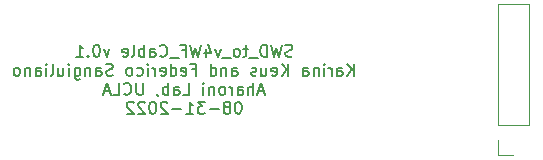
<source format=gbr>
%TF.GenerationSoftware,KiCad,Pcbnew,(6.0.6)*%
%TF.CreationDate,2022-09-07T20:40:28-07:00*%
%TF.ProjectId,SWD_to_v4WF_Cable,5357445f-746f-45f7-9634-57465f436162,rev?*%
%TF.SameCoordinates,Original*%
%TF.FileFunction,Legend,Bot*%
%TF.FilePolarity,Positive*%
%FSLAX46Y46*%
G04 Gerber Fmt 4.6, Leading zero omitted, Abs format (unit mm)*
G04 Created by KiCad (PCBNEW (6.0.6)) date 2022-09-07 20:40:28*
%MOMM*%
%LPD*%
G01*
G04 APERTURE LIST*
%ADD10C,0.150000*%
%ADD11C,0.120000*%
G04 APERTURE END LIST*
D10*
X164872848Y-57339757D02*
X164729991Y-57387376D01*
X164491895Y-57387376D01*
X164396657Y-57339757D01*
X164349038Y-57292138D01*
X164301419Y-57196900D01*
X164301419Y-57101662D01*
X164349038Y-57006424D01*
X164396657Y-56958805D01*
X164491895Y-56911186D01*
X164682371Y-56863567D01*
X164777610Y-56815948D01*
X164825229Y-56768329D01*
X164872848Y-56673091D01*
X164872848Y-56577853D01*
X164825229Y-56482615D01*
X164777610Y-56434996D01*
X164682371Y-56387376D01*
X164444276Y-56387376D01*
X164301419Y-56434996D01*
X163968086Y-56387376D02*
X163729991Y-57387376D01*
X163539514Y-56673091D01*
X163349038Y-57387376D01*
X163110943Y-56387376D01*
X162729991Y-57387376D02*
X162729991Y-56387376D01*
X162491895Y-56387376D01*
X162349038Y-56434996D01*
X162253800Y-56530234D01*
X162206181Y-56625472D01*
X162158562Y-56815948D01*
X162158562Y-56958805D01*
X162206181Y-57149281D01*
X162253800Y-57244519D01*
X162349038Y-57339757D01*
X162491895Y-57387376D01*
X162729991Y-57387376D01*
X161968086Y-57482615D02*
X161206181Y-57482615D01*
X161110943Y-56720710D02*
X160729991Y-56720710D01*
X160968086Y-56387376D02*
X160968086Y-57244519D01*
X160920467Y-57339757D01*
X160825229Y-57387376D01*
X160729991Y-57387376D01*
X160253800Y-57387376D02*
X160349038Y-57339757D01*
X160396657Y-57292138D01*
X160444276Y-57196900D01*
X160444276Y-56911186D01*
X160396657Y-56815948D01*
X160349038Y-56768329D01*
X160253800Y-56720710D01*
X160110943Y-56720710D01*
X160015705Y-56768329D01*
X159968086Y-56815948D01*
X159920467Y-56911186D01*
X159920467Y-57196900D01*
X159968086Y-57292138D01*
X160015705Y-57339757D01*
X160110943Y-57387376D01*
X160253800Y-57387376D01*
X159729991Y-57482615D02*
X158968086Y-57482615D01*
X158825229Y-56720710D02*
X158587133Y-57387376D01*
X158349038Y-56720710D01*
X157539514Y-56720710D02*
X157539514Y-57387376D01*
X157777610Y-56339757D02*
X158015705Y-57054043D01*
X157396657Y-57054043D01*
X157110943Y-56387376D02*
X156872848Y-57387376D01*
X156682371Y-56673091D01*
X156491895Y-57387376D01*
X156253800Y-56387376D01*
X155539514Y-56863567D02*
X155872848Y-56863567D01*
X155872848Y-57387376D02*
X155872848Y-56387376D01*
X155396657Y-56387376D01*
X155253800Y-57482615D02*
X154491895Y-57482615D01*
X153682371Y-57292138D02*
X153729991Y-57339757D01*
X153872848Y-57387376D01*
X153968086Y-57387376D01*
X154110943Y-57339757D01*
X154206181Y-57244519D01*
X154253800Y-57149281D01*
X154301419Y-56958805D01*
X154301419Y-56815948D01*
X154253800Y-56625472D01*
X154206181Y-56530234D01*
X154110943Y-56434996D01*
X153968086Y-56387376D01*
X153872848Y-56387376D01*
X153729991Y-56434996D01*
X153682371Y-56482615D01*
X152825229Y-57387376D02*
X152825229Y-56863567D01*
X152872848Y-56768329D01*
X152968086Y-56720710D01*
X153158562Y-56720710D01*
X153253800Y-56768329D01*
X152825229Y-57339757D02*
X152920467Y-57387376D01*
X153158562Y-57387376D01*
X153253800Y-57339757D01*
X153301419Y-57244519D01*
X153301419Y-57149281D01*
X153253800Y-57054043D01*
X153158562Y-57006424D01*
X152920467Y-57006424D01*
X152825229Y-56958805D01*
X152349038Y-57387376D02*
X152349038Y-56387376D01*
X152349038Y-56768329D02*
X152253800Y-56720710D01*
X152063324Y-56720710D01*
X151968086Y-56768329D01*
X151920467Y-56815948D01*
X151872848Y-56911186D01*
X151872848Y-57196900D01*
X151920467Y-57292138D01*
X151968086Y-57339757D01*
X152063324Y-57387376D01*
X152253800Y-57387376D01*
X152349038Y-57339757D01*
X151301419Y-57387376D02*
X151396657Y-57339757D01*
X151444276Y-57244519D01*
X151444276Y-56387376D01*
X150539514Y-57339757D02*
X150634752Y-57387376D01*
X150825229Y-57387376D01*
X150920467Y-57339757D01*
X150968086Y-57244519D01*
X150968086Y-56863567D01*
X150920467Y-56768329D01*
X150825229Y-56720710D01*
X150634752Y-56720710D01*
X150539514Y-56768329D01*
X150491895Y-56863567D01*
X150491895Y-56958805D01*
X150968086Y-57054043D01*
X149396657Y-56720710D02*
X149158562Y-57387376D01*
X148920467Y-56720710D01*
X148349038Y-56387376D02*
X148253800Y-56387376D01*
X148158562Y-56434996D01*
X148110943Y-56482615D01*
X148063324Y-56577853D01*
X148015705Y-56768329D01*
X148015705Y-57006424D01*
X148063324Y-57196900D01*
X148110943Y-57292138D01*
X148158562Y-57339757D01*
X148253800Y-57387376D01*
X148349038Y-57387376D01*
X148444276Y-57339757D01*
X148491895Y-57292138D01*
X148539514Y-57196900D01*
X148587133Y-57006424D01*
X148587133Y-56768329D01*
X148539514Y-56577853D01*
X148491895Y-56482615D01*
X148444276Y-56434996D01*
X148349038Y-56387376D01*
X147587133Y-57292138D02*
X147539514Y-57339757D01*
X147587133Y-57387376D01*
X147634752Y-57339757D01*
X147587133Y-57292138D01*
X147587133Y-57387376D01*
X146587133Y-57387376D02*
X147158562Y-57387376D01*
X146872848Y-57387376D02*
X146872848Y-56387376D01*
X146968086Y-56530234D01*
X147063324Y-56625472D01*
X147158562Y-56673091D01*
X170110943Y-58997376D02*
X170110943Y-57997376D01*
X169539514Y-58997376D02*
X169968086Y-58425948D01*
X169539514Y-57997376D02*
X170110943Y-58568805D01*
X168682371Y-58997376D02*
X168682371Y-58473567D01*
X168729991Y-58378329D01*
X168825229Y-58330710D01*
X169015705Y-58330710D01*
X169110943Y-58378329D01*
X168682371Y-58949757D02*
X168777610Y-58997376D01*
X169015705Y-58997376D01*
X169110943Y-58949757D01*
X169158562Y-58854519D01*
X169158562Y-58759281D01*
X169110943Y-58664043D01*
X169015705Y-58616424D01*
X168777610Y-58616424D01*
X168682371Y-58568805D01*
X168206181Y-58997376D02*
X168206181Y-58330710D01*
X168206181Y-58521186D02*
X168158562Y-58425948D01*
X168110943Y-58378329D01*
X168015705Y-58330710D01*
X167920467Y-58330710D01*
X167587133Y-58997376D02*
X167587133Y-58330710D01*
X167587133Y-57997376D02*
X167634752Y-58044996D01*
X167587133Y-58092615D01*
X167539514Y-58044996D01*
X167587133Y-57997376D01*
X167587133Y-58092615D01*
X167110943Y-58330710D02*
X167110943Y-58997376D01*
X167110943Y-58425948D02*
X167063324Y-58378329D01*
X166968086Y-58330710D01*
X166825229Y-58330710D01*
X166729991Y-58378329D01*
X166682371Y-58473567D01*
X166682371Y-58997376D01*
X165777610Y-58997376D02*
X165777610Y-58473567D01*
X165825229Y-58378329D01*
X165920467Y-58330710D01*
X166110943Y-58330710D01*
X166206181Y-58378329D01*
X165777610Y-58949757D02*
X165872848Y-58997376D01*
X166110943Y-58997376D01*
X166206181Y-58949757D01*
X166253800Y-58854519D01*
X166253800Y-58759281D01*
X166206181Y-58664043D01*
X166110943Y-58616424D01*
X165872848Y-58616424D01*
X165777610Y-58568805D01*
X164539514Y-58997376D02*
X164539514Y-57997376D01*
X163968086Y-58997376D02*
X164396657Y-58425948D01*
X163968086Y-57997376D02*
X164539514Y-58568805D01*
X163158562Y-58949757D02*
X163253800Y-58997376D01*
X163444276Y-58997376D01*
X163539514Y-58949757D01*
X163587133Y-58854519D01*
X163587133Y-58473567D01*
X163539514Y-58378329D01*
X163444276Y-58330710D01*
X163253800Y-58330710D01*
X163158562Y-58378329D01*
X163110943Y-58473567D01*
X163110943Y-58568805D01*
X163587133Y-58664043D01*
X162253800Y-58330710D02*
X162253800Y-58997376D01*
X162682371Y-58330710D02*
X162682371Y-58854519D01*
X162634752Y-58949757D01*
X162539514Y-58997376D01*
X162396657Y-58997376D01*
X162301419Y-58949757D01*
X162253800Y-58902138D01*
X161825229Y-58949757D02*
X161729991Y-58997376D01*
X161539514Y-58997376D01*
X161444276Y-58949757D01*
X161396657Y-58854519D01*
X161396657Y-58806900D01*
X161444276Y-58711662D01*
X161539514Y-58664043D01*
X161682371Y-58664043D01*
X161777610Y-58616424D01*
X161825229Y-58521186D01*
X161825229Y-58473567D01*
X161777610Y-58378329D01*
X161682371Y-58330710D01*
X161539514Y-58330710D01*
X161444276Y-58378329D01*
X159777610Y-58997376D02*
X159777610Y-58473567D01*
X159825229Y-58378329D01*
X159920467Y-58330710D01*
X160110943Y-58330710D01*
X160206181Y-58378329D01*
X159777610Y-58949757D02*
X159872848Y-58997376D01*
X160110943Y-58997376D01*
X160206181Y-58949757D01*
X160253800Y-58854519D01*
X160253800Y-58759281D01*
X160206181Y-58664043D01*
X160110943Y-58616424D01*
X159872848Y-58616424D01*
X159777610Y-58568805D01*
X159301419Y-58330710D02*
X159301419Y-58997376D01*
X159301419Y-58425948D02*
X159253800Y-58378329D01*
X159158562Y-58330710D01*
X159015705Y-58330710D01*
X158920467Y-58378329D01*
X158872848Y-58473567D01*
X158872848Y-58997376D01*
X157968086Y-58997376D02*
X157968086Y-57997376D01*
X157968086Y-58949757D02*
X158063324Y-58997376D01*
X158253800Y-58997376D01*
X158349038Y-58949757D01*
X158396657Y-58902138D01*
X158444276Y-58806900D01*
X158444276Y-58521186D01*
X158396657Y-58425948D01*
X158349038Y-58378329D01*
X158253800Y-58330710D01*
X158063324Y-58330710D01*
X157968086Y-58378329D01*
X156396657Y-58473567D02*
X156729991Y-58473567D01*
X156729991Y-58997376D02*
X156729991Y-57997376D01*
X156253800Y-57997376D01*
X155491895Y-58949757D02*
X155587133Y-58997376D01*
X155777610Y-58997376D01*
X155872848Y-58949757D01*
X155920467Y-58854519D01*
X155920467Y-58473567D01*
X155872848Y-58378329D01*
X155777610Y-58330710D01*
X155587133Y-58330710D01*
X155491895Y-58378329D01*
X155444276Y-58473567D01*
X155444276Y-58568805D01*
X155920467Y-58664043D01*
X154587133Y-58997376D02*
X154587133Y-57997376D01*
X154587133Y-58949757D02*
X154682371Y-58997376D01*
X154872848Y-58997376D01*
X154968086Y-58949757D01*
X155015705Y-58902138D01*
X155063324Y-58806900D01*
X155063324Y-58521186D01*
X155015705Y-58425948D01*
X154968086Y-58378329D01*
X154872848Y-58330710D01*
X154682371Y-58330710D01*
X154587133Y-58378329D01*
X153729991Y-58949757D02*
X153825229Y-58997376D01*
X154015705Y-58997376D01*
X154110943Y-58949757D01*
X154158562Y-58854519D01*
X154158562Y-58473567D01*
X154110943Y-58378329D01*
X154015705Y-58330710D01*
X153825229Y-58330710D01*
X153729991Y-58378329D01*
X153682371Y-58473567D01*
X153682371Y-58568805D01*
X154158562Y-58664043D01*
X153253800Y-58997376D02*
X153253800Y-58330710D01*
X153253800Y-58521186D02*
X153206181Y-58425948D01*
X153158562Y-58378329D01*
X153063324Y-58330710D01*
X152968086Y-58330710D01*
X152634752Y-58997376D02*
X152634752Y-58330710D01*
X152634752Y-57997376D02*
X152682371Y-58044996D01*
X152634752Y-58092615D01*
X152587133Y-58044996D01*
X152634752Y-57997376D01*
X152634752Y-58092615D01*
X151729991Y-58949757D02*
X151825229Y-58997376D01*
X152015705Y-58997376D01*
X152110943Y-58949757D01*
X152158562Y-58902138D01*
X152206181Y-58806900D01*
X152206181Y-58521186D01*
X152158562Y-58425948D01*
X152110943Y-58378329D01*
X152015705Y-58330710D01*
X151825229Y-58330710D01*
X151729991Y-58378329D01*
X151158562Y-58997376D02*
X151253800Y-58949757D01*
X151301419Y-58902138D01*
X151349038Y-58806900D01*
X151349038Y-58521186D01*
X151301419Y-58425948D01*
X151253800Y-58378329D01*
X151158562Y-58330710D01*
X151015705Y-58330710D01*
X150920467Y-58378329D01*
X150872848Y-58425948D01*
X150825229Y-58521186D01*
X150825229Y-58806900D01*
X150872848Y-58902138D01*
X150920467Y-58949757D01*
X151015705Y-58997376D01*
X151158562Y-58997376D01*
X149682371Y-58949757D02*
X149539514Y-58997376D01*
X149301419Y-58997376D01*
X149206181Y-58949757D01*
X149158562Y-58902138D01*
X149110943Y-58806900D01*
X149110943Y-58711662D01*
X149158562Y-58616424D01*
X149206181Y-58568805D01*
X149301419Y-58521186D01*
X149491895Y-58473567D01*
X149587133Y-58425948D01*
X149634752Y-58378329D01*
X149682371Y-58283091D01*
X149682371Y-58187853D01*
X149634752Y-58092615D01*
X149587133Y-58044996D01*
X149491895Y-57997376D01*
X149253800Y-57997376D01*
X149110943Y-58044996D01*
X148253800Y-58997376D02*
X148253800Y-58473567D01*
X148301419Y-58378329D01*
X148396657Y-58330710D01*
X148587133Y-58330710D01*
X148682371Y-58378329D01*
X148253800Y-58949757D02*
X148349038Y-58997376D01*
X148587133Y-58997376D01*
X148682371Y-58949757D01*
X148729991Y-58854519D01*
X148729991Y-58759281D01*
X148682371Y-58664043D01*
X148587133Y-58616424D01*
X148349038Y-58616424D01*
X148253800Y-58568805D01*
X147777610Y-58330710D02*
X147777610Y-58997376D01*
X147777610Y-58425948D02*
X147729991Y-58378329D01*
X147634752Y-58330710D01*
X147491895Y-58330710D01*
X147396657Y-58378329D01*
X147349038Y-58473567D01*
X147349038Y-58997376D01*
X146444276Y-58330710D02*
X146444276Y-59140234D01*
X146491895Y-59235472D01*
X146539514Y-59283091D01*
X146634752Y-59330710D01*
X146777610Y-59330710D01*
X146872848Y-59283091D01*
X146444276Y-58949757D02*
X146539514Y-58997376D01*
X146729991Y-58997376D01*
X146825229Y-58949757D01*
X146872848Y-58902138D01*
X146920467Y-58806900D01*
X146920467Y-58521186D01*
X146872848Y-58425948D01*
X146825229Y-58378329D01*
X146729991Y-58330710D01*
X146539514Y-58330710D01*
X146444276Y-58378329D01*
X145968086Y-58997376D02*
X145968086Y-58330710D01*
X145968086Y-57997376D02*
X146015705Y-58044996D01*
X145968086Y-58092615D01*
X145920467Y-58044996D01*
X145968086Y-57997376D01*
X145968086Y-58092615D01*
X145063324Y-58330710D02*
X145063324Y-58997376D01*
X145491895Y-58330710D02*
X145491895Y-58854519D01*
X145444276Y-58949757D01*
X145349038Y-58997376D01*
X145206181Y-58997376D01*
X145110943Y-58949757D01*
X145063324Y-58902138D01*
X144444276Y-58997376D02*
X144539514Y-58949757D01*
X144587133Y-58854519D01*
X144587133Y-57997376D01*
X144063324Y-58997376D02*
X144063324Y-58330710D01*
X144063324Y-57997376D02*
X144110943Y-58044996D01*
X144063324Y-58092615D01*
X144015705Y-58044996D01*
X144063324Y-57997376D01*
X144063324Y-58092615D01*
X143158562Y-58997376D02*
X143158562Y-58473567D01*
X143206181Y-58378329D01*
X143301419Y-58330710D01*
X143491895Y-58330710D01*
X143587133Y-58378329D01*
X143158562Y-58949757D02*
X143253800Y-58997376D01*
X143491895Y-58997376D01*
X143587133Y-58949757D01*
X143634752Y-58854519D01*
X143634752Y-58759281D01*
X143587133Y-58664043D01*
X143491895Y-58616424D01*
X143253800Y-58616424D01*
X143158562Y-58568805D01*
X142682371Y-58330710D02*
X142682371Y-58997376D01*
X142682371Y-58425948D02*
X142634752Y-58378329D01*
X142539514Y-58330710D01*
X142396657Y-58330710D01*
X142301419Y-58378329D01*
X142253800Y-58473567D01*
X142253800Y-58997376D01*
X141634752Y-58997376D02*
X141729991Y-58949757D01*
X141777610Y-58902138D01*
X141825229Y-58806900D01*
X141825229Y-58521186D01*
X141777610Y-58425948D01*
X141729991Y-58378329D01*
X141634752Y-58330710D01*
X141491895Y-58330710D01*
X141396657Y-58378329D01*
X141349038Y-58425948D01*
X141301419Y-58521186D01*
X141301419Y-58806900D01*
X141349038Y-58902138D01*
X141396657Y-58949757D01*
X141491895Y-58997376D01*
X141634752Y-58997376D01*
X162491895Y-60321662D02*
X162015705Y-60321662D01*
X162587133Y-60607376D02*
X162253800Y-59607376D01*
X161920467Y-60607376D01*
X161587133Y-60607376D02*
X161587133Y-59607376D01*
X161158562Y-60607376D02*
X161158562Y-60083567D01*
X161206181Y-59988329D01*
X161301419Y-59940710D01*
X161444276Y-59940710D01*
X161539514Y-59988329D01*
X161587133Y-60035948D01*
X160253800Y-60607376D02*
X160253800Y-60083567D01*
X160301419Y-59988329D01*
X160396657Y-59940710D01*
X160587133Y-59940710D01*
X160682371Y-59988329D01*
X160253800Y-60559757D02*
X160349038Y-60607376D01*
X160587133Y-60607376D01*
X160682371Y-60559757D01*
X160729991Y-60464519D01*
X160729991Y-60369281D01*
X160682371Y-60274043D01*
X160587133Y-60226424D01*
X160349038Y-60226424D01*
X160253800Y-60178805D01*
X159777610Y-60607376D02*
X159777610Y-59940710D01*
X159777610Y-60131186D02*
X159729991Y-60035948D01*
X159682371Y-59988329D01*
X159587133Y-59940710D01*
X159491895Y-59940710D01*
X159015705Y-60607376D02*
X159110943Y-60559757D01*
X159158562Y-60512138D01*
X159206181Y-60416900D01*
X159206181Y-60131186D01*
X159158562Y-60035948D01*
X159110943Y-59988329D01*
X159015705Y-59940710D01*
X158872848Y-59940710D01*
X158777610Y-59988329D01*
X158729991Y-60035948D01*
X158682371Y-60131186D01*
X158682371Y-60416900D01*
X158729991Y-60512138D01*
X158777610Y-60559757D01*
X158872848Y-60607376D01*
X159015705Y-60607376D01*
X158253800Y-59940710D02*
X158253800Y-60607376D01*
X158253800Y-60035948D02*
X158206181Y-59988329D01*
X158110943Y-59940710D01*
X157968086Y-59940710D01*
X157872848Y-59988329D01*
X157825229Y-60083567D01*
X157825229Y-60607376D01*
X157349038Y-60607376D02*
X157349038Y-59940710D01*
X157349038Y-59607376D02*
X157396657Y-59654996D01*
X157349038Y-59702615D01*
X157301419Y-59654996D01*
X157349038Y-59607376D01*
X157349038Y-59702615D01*
X155634752Y-60607376D02*
X156110943Y-60607376D01*
X156110943Y-59607376D01*
X154872848Y-60607376D02*
X154872848Y-60083567D01*
X154920467Y-59988329D01*
X155015705Y-59940710D01*
X155206181Y-59940710D01*
X155301419Y-59988329D01*
X154872848Y-60559757D02*
X154968086Y-60607376D01*
X155206181Y-60607376D01*
X155301419Y-60559757D01*
X155349038Y-60464519D01*
X155349038Y-60369281D01*
X155301419Y-60274043D01*
X155206181Y-60226424D01*
X154968086Y-60226424D01*
X154872848Y-60178805D01*
X154396657Y-60607376D02*
X154396657Y-59607376D01*
X154396657Y-59988329D02*
X154301419Y-59940710D01*
X154110943Y-59940710D01*
X154015705Y-59988329D01*
X153968086Y-60035948D01*
X153920467Y-60131186D01*
X153920467Y-60416900D01*
X153968086Y-60512138D01*
X154015705Y-60559757D01*
X154110943Y-60607376D01*
X154301419Y-60607376D01*
X154396657Y-60559757D01*
X153444276Y-60559757D02*
X153444276Y-60607376D01*
X153491895Y-60702615D01*
X153539514Y-60750234D01*
X152253800Y-59607376D02*
X152253800Y-60416900D01*
X152206181Y-60512138D01*
X152158562Y-60559757D01*
X152063324Y-60607376D01*
X151872848Y-60607376D01*
X151777610Y-60559757D01*
X151729991Y-60512138D01*
X151682371Y-60416900D01*
X151682371Y-59607376D01*
X150634752Y-60512138D02*
X150682371Y-60559757D01*
X150825229Y-60607376D01*
X150920467Y-60607376D01*
X151063324Y-60559757D01*
X151158562Y-60464519D01*
X151206181Y-60369281D01*
X151253800Y-60178805D01*
X151253800Y-60035948D01*
X151206181Y-59845472D01*
X151158562Y-59750234D01*
X151063324Y-59654996D01*
X150920467Y-59607376D01*
X150825229Y-59607376D01*
X150682371Y-59654996D01*
X150634752Y-59702615D01*
X149729991Y-60607376D02*
X150206181Y-60607376D01*
X150206181Y-59607376D01*
X149444276Y-60321662D02*
X148968086Y-60321662D01*
X149539514Y-60607376D02*
X149206181Y-59607376D01*
X148872848Y-60607376D01*
X160349038Y-61217376D02*
X160253800Y-61217376D01*
X160158562Y-61264996D01*
X160110943Y-61312615D01*
X160063324Y-61407853D01*
X160015705Y-61598329D01*
X160015705Y-61836424D01*
X160063324Y-62026900D01*
X160110943Y-62122138D01*
X160158562Y-62169757D01*
X160253800Y-62217376D01*
X160349038Y-62217376D01*
X160444276Y-62169757D01*
X160491895Y-62122138D01*
X160539514Y-62026900D01*
X160587133Y-61836424D01*
X160587133Y-61598329D01*
X160539514Y-61407853D01*
X160491895Y-61312615D01*
X160444276Y-61264996D01*
X160349038Y-61217376D01*
X159444276Y-61645948D02*
X159539514Y-61598329D01*
X159587133Y-61550710D01*
X159634752Y-61455472D01*
X159634752Y-61407853D01*
X159587133Y-61312615D01*
X159539514Y-61264996D01*
X159444276Y-61217376D01*
X159253800Y-61217376D01*
X159158562Y-61264996D01*
X159110943Y-61312615D01*
X159063324Y-61407853D01*
X159063324Y-61455472D01*
X159110943Y-61550710D01*
X159158562Y-61598329D01*
X159253800Y-61645948D01*
X159444276Y-61645948D01*
X159539514Y-61693567D01*
X159587133Y-61741186D01*
X159634752Y-61836424D01*
X159634752Y-62026900D01*
X159587133Y-62122138D01*
X159539514Y-62169757D01*
X159444276Y-62217376D01*
X159253800Y-62217376D01*
X159158562Y-62169757D01*
X159110943Y-62122138D01*
X159063324Y-62026900D01*
X159063324Y-61836424D01*
X159110943Y-61741186D01*
X159158562Y-61693567D01*
X159253800Y-61645948D01*
X158634752Y-61836424D02*
X157872848Y-61836424D01*
X157491895Y-61217376D02*
X156872848Y-61217376D01*
X157206181Y-61598329D01*
X157063324Y-61598329D01*
X156968086Y-61645948D01*
X156920467Y-61693567D01*
X156872848Y-61788805D01*
X156872848Y-62026900D01*
X156920467Y-62122138D01*
X156968086Y-62169757D01*
X157063324Y-62217376D01*
X157349038Y-62217376D01*
X157444276Y-62169757D01*
X157491895Y-62122138D01*
X155920467Y-62217376D02*
X156491895Y-62217376D01*
X156206181Y-62217376D02*
X156206181Y-61217376D01*
X156301419Y-61360234D01*
X156396657Y-61455472D01*
X156491895Y-61503091D01*
X155491895Y-61836424D02*
X154729991Y-61836424D01*
X154301419Y-61312615D02*
X154253800Y-61264996D01*
X154158562Y-61217376D01*
X153920467Y-61217376D01*
X153825229Y-61264996D01*
X153777610Y-61312615D01*
X153729991Y-61407853D01*
X153729991Y-61503091D01*
X153777610Y-61645948D01*
X154349038Y-62217376D01*
X153729991Y-62217376D01*
X153110943Y-61217376D02*
X153015705Y-61217376D01*
X152920467Y-61264996D01*
X152872848Y-61312615D01*
X152825229Y-61407853D01*
X152777610Y-61598329D01*
X152777610Y-61836424D01*
X152825229Y-62026900D01*
X152872848Y-62122138D01*
X152920467Y-62169757D01*
X153015705Y-62217376D01*
X153110943Y-62217376D01*
X153206181Y-62169757D01*
X153253800Y-62122138D01*
X153301419Y-62026900D01*
X153349038Y-61836424D01*
X153349038Y-61598329D01*
X153301419Y-61407853D01*
X153253800Y-61312615D01*
X153206181Y-61264996D01*
X153110943Y-61217376D01*
X152396657Y-61312615D02*
X152349038Y-61264996D01*
X152253800Y-61217376D01*
X152015705Y-61217376D01*
X151920467Y-61264996D01*
X151872848Y-61312615D01*
X151825229Y-61407853D01*
X151825229Y-61503091D01*
X151872848Y-61645948D01*
X152444276Y-62217376D01*
X151825229Y-62217376D01*
X151444276Y-61312615D02*
X151396657Y-61264996D01*
X151301419Y-61217376D01*
X151063324Y-61217376D01*
X150968086Y-61264996D01*
X150920467Y-61312615D01*
X150872848Y-61407853D01*
X150872848Y-61503091D01*
X150920467Y-61645948D01*
X151491895Y-62217376D01*
X150872848Y-62217376D01*
D11*
%TO.C,J1*%
X184930000Y-63155000D02*
X184930000Y-52935000D01*
X182270000Y-63155000D02*
X184930000Y-63155000D01*
X182270000Y-65755000D02*
X183600000Y-65755000D01*
X182270000Y-63155000D02*
X182270000Y-52935000D01*
X182270000Y-64425000D02*
X182270000Y-65755000D01*
X182270000Y-52935000D02*
X184930000Y-52935000D01*
%TD*%
M02*

</source>
